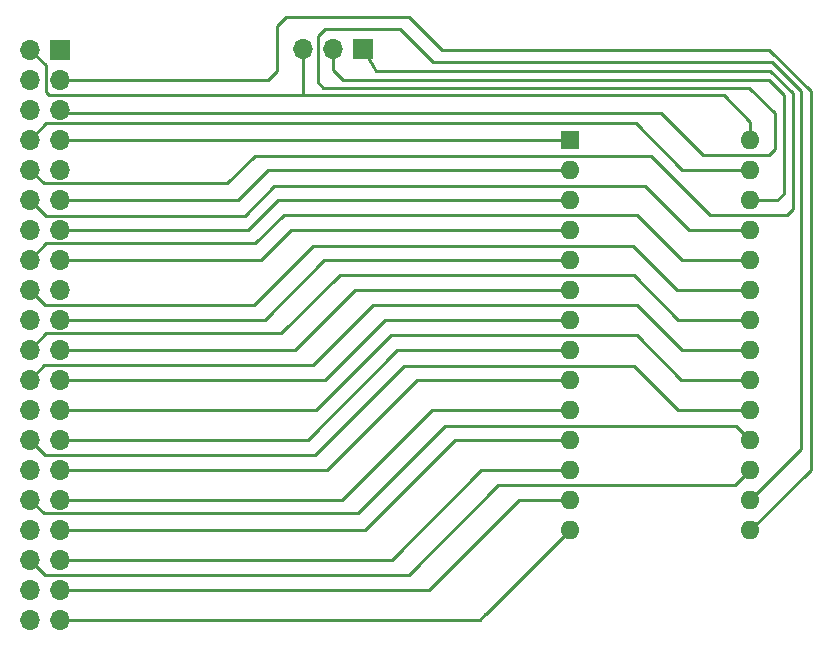
<source format=gbr>
G04 #@! TF.GenerationSoftware,KiCad,Pcbnew,6.0.8+dfsg-1~bpo11+1+rpt1*
G04 #@! TF.CreationDate,2023-08-16T15:04:43-04:00*
G04 #@! TF.ProjectId,pi-eeprom-programmer,70692d65-6570-4726-9f6d-2d70726f6772,0.9.1*
G04 #@! TF.SameCoordinates,Original*
G04 #@! TF.FileFunction,Copper,L2,Bot*
G04 #@! TF.FilePolarity,Positive*
%FSLAX46Y46*%
G04 Gerber Fmt 4.6, Leading zero omitted, Abs format (unit mm)*
G04 Created by KiCad (PCBNEW 6.0.8+dfsg-1~bpo11+1+rpt1) date 2023-08-16 15:04:43*
%MOMM*%
%LPD*%
G01*
G04 APERTURE LIST*
G04 #@! TA.AperFunction,ComponentPad*
%ADD10O,1.700000X1.700000*%
G04 #@! TD*
G04 #@! TA.AperFunction,ComponentPad*
%ADD11R,1.700000X1.700000*%
G04 #@! TD*
G04 #@! TA.AperFunction,ComponentPad*
%ADD12R,1.600000X1.600000*%
G04 #@! TD*
G04 #@! TA.AperFunction,ComponentPad*
%ADD13O,1.600000X1.600000*%
G04 #@! TD*
G04 #@! TA.AperFunction,Conductor*
%ADD14C,0.250000*%
G04 #@! TD*
G04 APERTURE END LIST*
D10*
X134055201Y-93181500D03*
X136595201Y-93181500D03*
X134055201Y-90641500D03*
X136595201Y-90641500D03*
X134055201Y-88101500D03*
X136595201Y-88101500D03*
X134055201Y-85561500D03*
X136595201Y-85561500D03*
X134055201Y-83021500D03*
X136595201Y-83021500D03*
X134055201Y-80481500D03*
X136595201Y-80481500D03*
X134055201Y-77941500D03*
X136595201Y-77941500D03*
X134055201Y-75401500D03*
X136595201Y-75401500D03*
X134055201Y-72861500D03*
X136595201Y-72861500D03*
X134055201Y-70321500D03*
X136595201Y-70321500D03*
X134055201Y-67781500D03*
X136595201Y-67781500D03*
X134055201Y-65241500D03*
X136595201Y-65241500D03*
X134055201Y-62701500D03*
X136595201Y-62701500D03*
X134055201Y-60161500D03*
X136595201Y-60161500D03*
X134055201Y-57621500D03*
X136595201Y-57621500D03*
X134055201Y-55081500D03*
X136595201Y-55081500D03*
X134055201Y-52541500D03*
X136595201Y-52541500D03*
X134055201Y-50001500D03*
X136595201Y-50001500D03*
X134055201Y-47461500D03*
X136595201Y-47461500D03*
X134055201Y-44921500D03*
D11*
X136595201Y-44921500D03*
D12*
X179806600Y-52571500D03*
D13*
X179806600Y-55111500D03*
X179806600Y-57651500D03*
X179806600Y-60191500D03*
X179806600Y-62731500D03*
X179806600Y-65271500D03*
X179806600Y-67811500D03*
X179806600Y-70351500D03*
X179806600Y-72891500D03*
X179806600Y-75431500D03*
X179806600Y-77971500D03*
X179806600Y-80511500D03*
X179806600Y-83051500D03*
X179806600Y-85591500D03*
X195046600Y-85591500D03*
X195046600Y-83051500D03*
X195046600Y-80511500D03*
X195046600Y-77971500D03*
X195046600Y-75431500D03*
X195046600Y-72891500D03*
X195046600Y-70351500D03*
X195046600Y-67811500D03*
X195046600Y-65271500D03*
X195046600Y-62731500D03*
X195046600Y-60191500D03*
X195046600Y-57651500D03*
X195046600Y-55111500D03*
X195046600Y-52571500D03*
D11*
X162255200Y-44907200D03*
D10*
X159715200Y-44907200D03*
X157175200Y-44907200D03*
D14*
X136595201Y-47461500D02*
X154214500Y-47461500D01*
X195058500Y-85591500D02*
X195046600Y-85591500D01*
X154214500Y-47461500D02*
X154940000Y-46736000D01*
X154940000Y-46736000D02*
X154940000Y-42926000D01*
X200152000Y-48452000D02*
X200152000Y-80498000D01*
X200152000Y-80498000D02*
X195058500Y-85591500D01*
X154940000Y-42926000D02*
X155702000Y-42164000D01*
X155702000Y-42164000D02*
X166116000Y-42164000D01*
X166116000Y-42164000D02*
X168910000Y-44958000D01*
X168910000Y-44958000D02*
X196658000Y-44958000D01*
X196658000Y-44958000D02*
X200152000Y-48452000D01*
X158425000Y-43759000D02*
X159004000Y-43180000D01*
X158425000Y-47681000D02*
X158425000Y-43759000D01*
X159004000Y-43180000D02*
X165354000Y-43180000D01*
X194962000Y-48150000D02*
X158894000Y-48150000D01*
X158894000Y-48150000D02*
X158425000Y-47681000D01*
X199325000Y-48449000D02*
X199325000Y-78773100D01*
X197104000Y-50292000D02*
X194962000Y-48150000D01*
X165354000Y-43180000D02*
X168148000Y-45974000D01*
X168148000Y-45974000D02*
X196850000Y-45974000D01*
X196596000Y-53848000D02*
X197104000Y-53340000D01*
X136595201Y-50001500D02*
X136885701Y-50292000D01*
X197104000Y-53340000D02*
X197104000Y-50292000D01*
X191008000Y-53848000D02*
X196596000Y-53848000D01*
X187452000Y-50292000D02*
X191008000Y-53848000D01*
X136885701Y-50292000D02*
X187452000Y-50292000D01*
X196850000Y-45974000D02*
X199325000Y-48449000D01*
X199325000Y-78773100D02*
X195046600Y-83051500D01*
X134055201Y-55081500D02*
X135230201Y-56256500D01*
X135230201Y-56256500D02*
X150753500Y-56256500D01*
X150753500Y-56256500D02*
X153111200Y-53898800D01*
X198145400Y-58902600D02*
X198628000Y-58420000D01*
X153111200Y-53898800D02*
X186664600Y-53898800D01*
X186664600Y-53898800D02*
X191668400Y-58902600D01*
X191668400Y-58902600D02*
X198145400Y-58902600D01*
X198628000Y-58420000D02*
X198628000Y-48628000D01*
X198628000Y-48628000D02*
X196736000Y-46736000D01*
X163352480Y-46736000D02*
X162255200Y-44907200D01*
X196736000Y-46736000D02*
X163352480Y-46736000D01*
X195046600Y-57651500D02*
X197348500Y-57651500D01*
X197348500Y-57651500D02*
X197866000Y-57134000D01*
X197866000Y-57134000D02*
X197866000Y-48768000D01*
X197866000Y-48768000D02*
X196596000Y-47498000D01*
X196596000Y-47498000D02*
X160528000Y-47498000D01*
X160528000Y-47498000D02*
X159715200Y-46685200D01*
X159715200Y-46685200D02*
X159715200Y-44907200D01*
X192786000Y-48768000D02*
X157182000Y-48768000D01*
X157182000Y-48768000D02*
X135636000Y-48768000D01*
X157175200Y-48761200D02*
X157182000Y-48768000D01*
X157175200Y-44907200D02*
X157175200Y-48761200D01*
X195046600Y-52571500D02*
X195046600Y-51028600D01*
X195046600Y-51028600D02*
X192786000Y-48768000D01*
X135636000Y-48768000D02*
X135382000Y-48514000D01*
X135382000Y-48514000D02*
X135382000Y-46248299D01*
X135382000Y-46248299D02*
X134055201Y-44921500D01*
X172593000Y-92735400D02*
X172662700Y-92735400D01*
X136595201Y-93181500D02*
X172146900Y-93181500D01*
X172662700Y-92735400D02*
X179806600Y-85591500D01*
X172146900Y-93181500D02*
X172593000Y-92735400D01*
X136595201Y-52541500D02*
X179776600Y-52541500D01*
X179776600Y-52541500D02*
X179806600Y-52571500D01*
X189274300Y-55111500D02*
X195046600Y-55111500D01*
X134055201Y-52541500D02*
X135420201Y-51176500D01*
X135420201Y-51176500D02*
X185339300Y-51176500D01*
X185339300Y-51176500D02*
X189274300Y-55111500D01*
X136595201Y-57621500D02*
X151674500Y-57621500D01*
X151674500Y-57621500D02*
X154184500Y-55111500D01*
X154184500Y-55111500D02*
X179806600Y-55111500D01*
X135412501Y-58978800D02*
X152273000Y-58978800D01*
X186131200Y-56489600D02*
X189833100Y-60191500D01*
X134055201Y-57621500D02*
X135412501Y-58978800D01*
X154762200Y-56489600D02*
X186131200Y-56489600D01*
X189833100Y-60191500D02*
X195046600Y-60191500D01*
X152273000Y-58978800D02*
X154762200Y-56489600D01*
X136595201Y-60161500D02*
X152538100Y-60161500D01*
X155048100Y-57651500D02*
X179806600Y-57651500D01*
X152538100Y-60161500D02*
X155048100Y-57651500D01*
X153655700Y-62701500D02*
X156165700Y-60191500D01*
X136595201Y-62701500D02*
X153655700Y-62701500D01*
X156165700Y-60191500D02*
X179806600Y-60191500D01*
X134055201Y-62701500D02*
X135420201Y-61336500D01*
X189248900Y-62731500D02*
X195046600Y-62731500D01*
X153115700Y-61336500D02*
X155549600Y-58902600D01*
X185420000Y-58902600D02*
X189248900Y-62731500D01*
X135420201Y-61336500D02*
X153115700Y-61336500D01*
X155549600Y-58902600D02*
X185420000Y-58902600D01*
X135336301Y-66522600D02*
X153035000Y-66522600D01*
X185089800Y-61518800D02*
X188842500Y-65271500D01*
X158038800Y-61518800D02*
X185089800Y-61518800D01*
X188842500Y-65271500D02*
X195046600Y-65271500D01*
X153035000Y-66522600D02*
X158038800Y-61518800D01*
X134055201Y-65241500D02*
X135336301Y-66522600D01*
X158985100Y-62731500D02*
X179806600Y-62731500D01*
X153935100Y-67781500D02*
X158985100Y-62731500D01*
X136595201Y-67781500D02*
X153935100Y-67781500D01*
X161575900Y-65271500D02*
X179806600Y-65271500D01*
X156525900Y-70321500D02*
X161575900Y-65271500D01*
X136595201Y-70321500D02*
X156525900Y-70321500D01*
X188969500Y-67811500D02*
X195046600Y-67811500D01*
X134055201Y-70321500D02*
X135420201Y-68956500D01*
X185166000Y-64008000D02*
X188969500Y-67811500D01*
X160274000Y-64008000D02*
X185166000Y-64008000D01*
X135420201Y-68956500D02*
X155325500Y-68956500D01*
X155325500Y-68956500D02*
X160274000Y-64008000D01*
X159040500Y-72861500D02*
X164090500Y-67811500D01*
X164090500Y-67811500D02*
X179806600Y-67811500D01*
X136595201Y-72861500D02*
X159040500Y-72861500D01*
X185420000Y-66548000D02*
X189230000Y-70358000D01*
X134055201Y-72861500D02*
X135288701Y-71628000D01*
X135288701Y-71628000D02*
X157988000Y-71628000D01*
X157988000Y-71628000D02*
X163068000Y-66548000D01*
X163068000Y-66548000D02*
X185420000Y-66548000D01*
X189230000Y-70358000D02*
X189236500Y-70351500D01*
X189236500Y-70351500D02*
X195046600Y-70351500D01*
X136595201Y-77941500D02*
X157592700Y-77941500D01*
X165182700Y-70351500D02*
X179806600Y-70351500D01*
X157592700Y-77941500D02*
X165182700Y-70351500D01*
X185191400Y-71678800D02*
X188944100Y-75431500D01*
X158165800Y-79248000D02*
X165735000Y-71678800D01*
X135361701Y-79248000D02*
X158165800Y-79248000D01*
X188944100Y-75431500D02*
X195046600Y-75431500D01*
X165735000Y-71678800D02*
X185191400Y-71678800D01*
X134055201Y-77941500D02*
X135361701Y-79248000D01*
X159243700Y-80481500D02*
X166833700Y-72891500D01*
X136595201Y-80481500D02*
X159243700Y-80481500D01*
X166833700Y-72891500D02*
X179806600Y-72891500D01*
X160513700Y-83021500D02*
X168103700Y-75431500D01*
X168103700Y-75431500D02*
X179806600Y-75431500D01*
X136595201Y-83021500D02*
X160513700Y-83021500D01*
X193833900Y-76758800D02*
X195046600Y-77971500D01*
X169240200Y-76758800D02*
X193833900Y-76758800D01*
X135230201Y-84196500D02*
X161802500Y-84196500D01*
X134055201Y-83021500D02*
X135230201Y-84196500D01*
X161802500Y-84196500D02*
X169240200Y-76758800D01*
X162444100Y-85561500D02*
X170034100Y-77971500D01*
X170034100Y-77971500D02*
X179806600Y-77971500D01*
X136595201Y-85561500D02*
X162444100Y-85561500D01*
X164704700Y-88101500D02*
X172294700Y-80511500D01*
X136595201Y-88101500D02*
X164704700Y-88101500D01*
X172294700Y-80511500D02*
X179806600Y-80511500D01*
X134055201Y-88101500D02*
X135336301Y-89382600D01*
X135336301Y-89382600D02*
X166116000Y-89382600D01*
X193770100Y-81788000D02*
X195046600Y-80511500D01*
X166116000Y-89382600D02*
X173710600Y-81788000D01*
X173710600Y-81788000D02*
X193770100Y-81788000D01*
X167879700Y-90641500D02*
X175469700Y-83051500D01*
X175469700Y-83051500D02*
X179806600Y-83051500D01*
X136595201Y-90641500D02*
X167879700Y-90641500D01*
X136595201Y-75401500D02*
X158278500Y-75401500D01*
X158278500Y-75401500D02*
X164592000Y-69088000D01*
X164592000Y-69088000D02*
X185420000Y-69088000D01*
X189223500Y-72891500D02*
X195046600Y-72891500D01*
X185420000Y-69088000D02*
X189223500Y-72891500D01*
M02*

</source>
